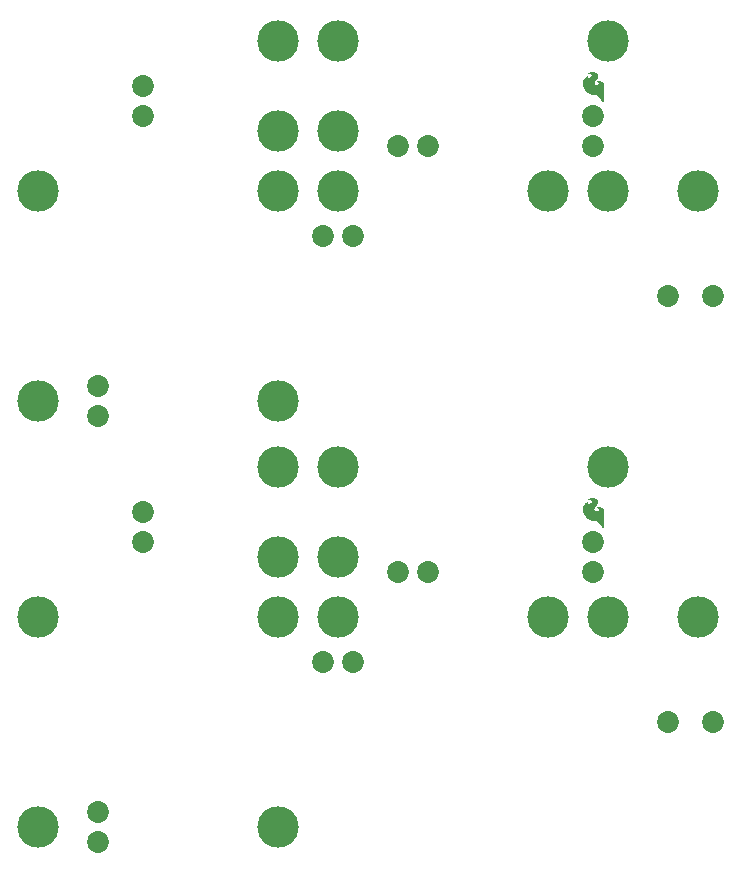
<source format=gbs>
G75*
%MOIN*%
%OFA0B0*%
%FSLAX25Y25*%
%IPPOS*%
%LPD*%
%AMOC8*
5,1,8,0,0,1.08239X$1,22.5*
%
%ADD10C,0.13800*%
%ADD11C,0.00300*%
%ADD12C,0.07300*%
D10*
X0049750Y0038750D03*
X0049750Y0108750D03*
X0049750Y0180750D03*
X0049750Y0250750D03*
X0129750Y0250750D03*
X0129750Y0270750D03*
X0149750Y0270750D03*
X0149750Y0250750D03*
X0149750Y0300750D03*
X0129750Y0300750D03*
X0219750Y0250750D03*
X0239750Y0250750D03*
X0269750Y0250750D03*
X0239750Y0300750D03*
X0129750Y0180750D03*
X0129750Y0158750D03*
X0149750Y0158750D03*
X0149750Y0128750D03*
X0149750Y0108750D03*
X0129750Y0108750D03*
X0129750Y0128750D03*
X0219750Y0108750D03*
X0239750Y0108750D03*
X0269750Y0108750D03*
X0239750Y0158750D03*
X0129750Y0038750D03*
D11*
X0232872Y0141778D02*
X0233266Y0141541D01*
X0233659Y0141384D01*
X0234093Y0141266D01*
X0234565Y0141187D01*
X0235313Y0141187D01*
X0235549Y0141148D01*
X0235943Y0140911D01*
X0236337Y0140518D01*
X0236809Y0139967D01*
X0237281Y0139494D01*
X0237478Y0139258D01*
X0237675Y0139061D01*
X0237793Y0138864D01*
X0237990Y0138667D01*
X0237990Y0144061D01*
X0237951Y0144376D01*
X0237872Y0144652D01*
X0237636Y0145045D01*
X0237439Y0145203D01*
X0237281Y0145321D01*
X0237085Y0145400D01*
X0236888Y0145439D01*
X0236652Y0145478D01*
X0236179Y0145478D01*
X0236022Y0145400D01*
X0236061Y0145360D01*
X0236219Y0145281D01*
X0236337Y0145242D01*
X0236573Y0145006D01*
X0236612Y0144888D01*
X0236612Y0144730D01*
X0236573Y0144612D01*
X0236494Y0144494D01*
X0236258Y0144258D01*
X0236061Y0144179D01*
X0235864Y0144140D01*
X0235549Y0144140D01*
X0235234Y0144219D01*
X0234998Y0144376D01*
X0234841Y0144573D01*
X0234762Y0144809D01*
X0234762Y0145085D01*
X0234880Y0145400D01*
X0235156Y0145675D01*
X0235470Y0146030D01*
X0235746Y0146344D01*
X0235943Y0146699D01*
X0236022Y0147053D01*
X0236022Y0147368D01*
X0235904Y0147722D01*
X0235707Y0148037D01*
X0235352Y0148313D01*
X0234919Y0148549D01*
X0234486Y0148628D01*
X0234093Y0148628D01*
X0233738Y0148549D01*
X0233187Y0148274D01*
X0233030Y0148156D01*
X0232990Y0148116D01*
X0233030Y0148116D01*
X0233108Y0148156D01*
X0233344Y0148156D01*
X0233502Y0148116D01*
X0233699Y0148077D01*
X0233856Y0147998D01*
X0234014Y0147880D01*
X0234093Y0147762D01*
X0234132Y0147683D01*
X0234171Y0147565D01*
X0234171Y0147329D01*
X0234132Y0147171D01*
X0233974Y0146935D01*
X0233738Y0146699D01*
X0233581Y0146581D01*
X0233463Y0146502D01*
X0233305Y0146423D01*
X0232990Y0146344D01*
X0232872Y0146344D01*
X0232754Y0146384D01*
X0232636Y0146502D01*
X0232596Y0146581D01*
X0232557Y0146699D01*
X0232557Y0147053D01*
X0232242Y0146856D01*
X0231927Y0146502D01*
X0231652Y0146069D01*
X0231455Y0145478D01*
X0231337Y0144848D01*
X0231376Y0144179D01*
X0231573Y0143431D01*
X0231967Y0142722D01*
X0232242Y0142368D01*
X0232557Y0142053D01*
X0232872Y0141778D01*
X0232748Y0141886D02*
X0237990Y0141886D01*
X0237990Y0142184D02*
X0232426Y0142184D01*
X0232153Y0142483D02*
X0237990Y0142483D01*
X0237990Y0142781D02*
X0231934Y0142781D01*
X0231768Y0143080D02*
X0237990Y0143080D01*
X0237990Y0143378D02*
X0231602Y0143378D01*
X0231508Y0143677D02*
X0237990Y0143677D01*
X0237990Y0143975D02*
X0231430Y0143975D01*
X0231370Y0144274D02*
X0235151Y0144274D01*
X0234841Y0144572D02*
X0231353Y0144572D01*
X0231341Y0144871D02*
X0234762Y0144871D01*
X0234794Y0145169D02*
X0231397Y0145169D01*
X0231453Y0145468D02*
X0234948Y0145468D01*
X0235237Y0145766D02*
X0231551Y0145766D01*
X0231650Y0146065D02*
X0235501Y0146065D01*
X0235757Y0146363D02*
X0233066Y0146363D01*
X0232815Y0146363D02*
X0231839Y0146363D01*
X0232069Y0146662D02*
X0232569Y0146662D01*
X0232557Y0146960D02*
X0232409Y0146960D01*
X0233689Y0146662D02*
X0235922Y0146662D01*
X0236001Y0146960D02*
X0233991Y0146960D01*
X0234154Y0147259D02*
X0236022Y0147259D01*
X0235959Y0147558D02*
X0234171Y0147558D01*
X0234030Y0147856D02*
X0235820Y0147856D01*
X0235556Y0148155D02*
X0233348Y0148155D01*
X0233106Y0148155D02*
X0233029Y0148155D01*
X0233546Y0148453D02*
X0235096Y0148453D01*
X0236158Y0145468D02*
X0236714Y0145468D01*
X0236409Y0145169D02*
X0237481Y0145169D01*
X0237740Y0144871D02*
X0236612Y0144871D01*
X0236546Y0144572D02*
X0237895Y0144572D01*
X0237964Y0144274D02*
X0236274Y0144274D01*
X0237990Y0141587D02*
X0233189Y0141587D01*
X0234008Y0141289D02*
X0237990Y0141289D01*
X0237990Y0140990D02*
X0235812Y0140990D01*
X0236163Y0140692D02*
X0237990Y0140692D01*
X0237990Y0140393D02*
X0236443Y0140393D01*
X0236699Y0140095D02*
X0237990Y0140095D01*
X0237990Y0139796D02*
X0236979Y0139796D01*
X0237278Y0139498D02*
X0237990Y0139498D01*
X0237990Y0139199D02*
X0237537Y0139199D01*
X0237771Y0138901D02*
X0237990Y0138901D01*
X0237990Y0280667D02*
X0237793Y0280864D01*
X0237675Y0281061D01*
X0237478Y0281258D01*
X0237281Y0281494D01*
X0236809Y0281967D01*
X0236337Y0282518D01*
X0235943Y0282911D01*
X0235549Y0283148D01*
X0235313Y0283187D01*
X0234565Y0283187D01*
X0234093Y0283266D01*
X0233659Y0283384D01*
X0233266Y0283541D01*
X0232872Y0283778D01*
X0232557Y0284053D01*
X0232242Y0284368D01*
X0231967Y0284722D01*
X0231573Y0285431D01*
X0231376Y0286179D01*
X0231337Y0286848D01*
X0231455Y0287478D01*
X0231652Y0288069D01*
X0231927Y0288502D01*
X0232242Y0288856D01*
X0232557Y0289053D01*
X0232557Y0288699D01*
X0232596Y0288581D01*
X0232636Y0288502D01*
X0232754Y0288384D01*
X0232872Y0288344D01*
X0232990Y0288344D01*
X0233305Y0288423D01*
X0233463Y0288502D01*
X0233581Y0288581D01*
X0233738Y0288699D01*
X0233974Y0288935D01*
X0234132Y0289171D01*
X0234171Y0289329D01*
X0234171Y0289565D01*
X0234132Y0289683D01*
X0234093Y0289762D01*
X0234014Y0289880D01*
X0233856Y0289998D01*
X0233699Y0290077D01*
X0233502Y0290116D01*
X0233344Y0290156D01*
X0233108Y0290156D01*
X0233030Y0290116D01*
X0232990Y0290116D01*
X0233030Y0290156D01*
X0233187Y0290274D01*
X0233738Y0290549D01*
X0234093Y0290628D01*
X0234486Y0290628D01*
X0234919Y0290549D01*
X0235352Y0290313D01*
X0235707Y0290037D01*
X0235904Y0289722D01*
X0236022Y0289368D01*
X0236022Y0289053D01*
X0235943Y0288699D01*
X0235746Y0288344D01*
X0235470Y0288030D01*
X0235156Y0287675D01*
X0234880Y0287400D01*
X0234762Y0287085D01*
X0234762Y0286809D01*
X0234841Y0286573D01*
X0234998Y0286376D01*
X0235234Y0286219D01*
X0235549Y0286140D01*
X0235864Y0286140D01*
X0236061Y0286179D01*
X0236258Y0286258D01*
X0236494Y0286494D01*
X0236573Y0286612D01*
X0236612Y0286730D01*
X0236612Y0286888D01*
X0236573Y0287006D01*
X0236337Y0287242D01*
X0236219Y0287281D01*
X0236061Y0287360D01*
X0236022Y0287400D01*
X0236179Y0287478D01*
X0236652Y0287478D01*
X0236888Y0287439D01*
X0237085Y0287400D01*
X0237281Y0287321D01*
X0237439Y0287203D01*
X0237636Y0287045D01*
X0237872Y0286652D01*
X0237951Y0286376D01*
X0237990Y0286061D01*
X0237990Y0280667D01*
X0237990Y0280694D02*
X0237964Y0280694D01*
X0237990Y0280992D02*
X0237717Y0280992D01*
X0237451Y0281291D02*
X0237990Y0281291D01*
X0237990Y0281589D02*
X0237187Y0281589D01*
X0236888Y0281888D02*
X0237990Y0281888D01*
X0237990Y0282186D02*
X0236621Y0282186D01*
X0236365Y0282485D02*
X0237990Y0282485D01*
X0237990Y0282783D02*
X0236071Y0282783D01*
X0235659Y0283082D02*
X0237990Y0283082D01*
X0237990Y0283380D02*
X0233673Y0283380D01*
X0233037Y0283679D02*
X0237990Y0283679D01*
X0237990Y0283977D02*
X0232644Y0283977D01*
X0232335Y0284276D02*
X0237990Y0284276D01*
X0237990Y0284574D02*
X0232082Y0284574D01*
X0231883Y0284873D02*
X0237990Y0284873D01*
X0237990Y0285171D02*
X0231717Y0285171D01*
X0231563Y0285470D02*
X0237990Y0285470D01*
X0237990Y0285768D02*
X0231484Y0285768D01*
X0231406Y0286067D02*
X0237989Y0286067D01*
X0237952Y0286365D02*
X0236365Y0286365D01*
X0236590Y0286664D02*
X0237865Y0286664D01*
X0237686Y0286962D02*
X0236587Y0286962D01*
X0236281Y0287261D02*
X0237362Y0287261D01*
X0235807Y0288455D02*
X0233368Y0288455D01*
X0233793Y0288753D02*
X0235955Y0288753D01*
X0236021Y0289052D02*
X0234052Y0289052D01*
X0234171Y0289350D02*
X0236022Y0289350D01*
X0235928Y0289649D02*
X0234143Y0289649D01*
X0233924Y0289947D02*
X0235763Y0289947D01*
X0235439Y0290246D02*
X0233150Y0290246D01*
X0233729Y0290544D02*
X0234928Y0290544D01*
X0235581Y0288156D02*
X0231707Y0288156D01*
X0231581Y0287858D02*
X0235318Y0287858D01*
X0235040Y0287559D02*
X0231482Y0287559D01*
X0231414Y0287261D02*
X0234828Y0287261D01*
X0234762Y0286962D02*
X0231358Y0286962D01*
X0231347Y0286664D02*
X0234810Y0286664D01*
X0235014Y0286365D02*
X0231365Y0286365D01*
X0231897Y0288455D02*
X0232683Y0288455D01*
X0232557Y0288753D02*
X0232151Y0288753D01*
X0232555Y0289052D02*
X0232557Y0289052D01*
D12*
X0234750Y0275750D03*
X0234750Y0265750D03*
X0179750Y0265750D03*
X0169750Y0265750D03*
X0154750Y0235750D03*
X0144750Y0235750D03*
X0084750Y0275750D03*
X0084750Y0285750D03*
X0069750Y0185750D03*
X0069750Y0175750D03*
X0084750Y0143750D03*
X0084750Y0133750D03*
X0144750Y0093750D03*
X0154750Y0093750D03*
X0169750Y0123750D03*
X0179750Y0123750D03*
X0234750Y0123750D03*
X0234750Y0133750D03*
X0259750Y0073750D03*
X0274750Y0073750D03*
X0274750Y0215750D03*
X0259750Y0215750D03*
X0069750Y0043750D03*
X0069750Y0033750D03*
M02*

</source>
